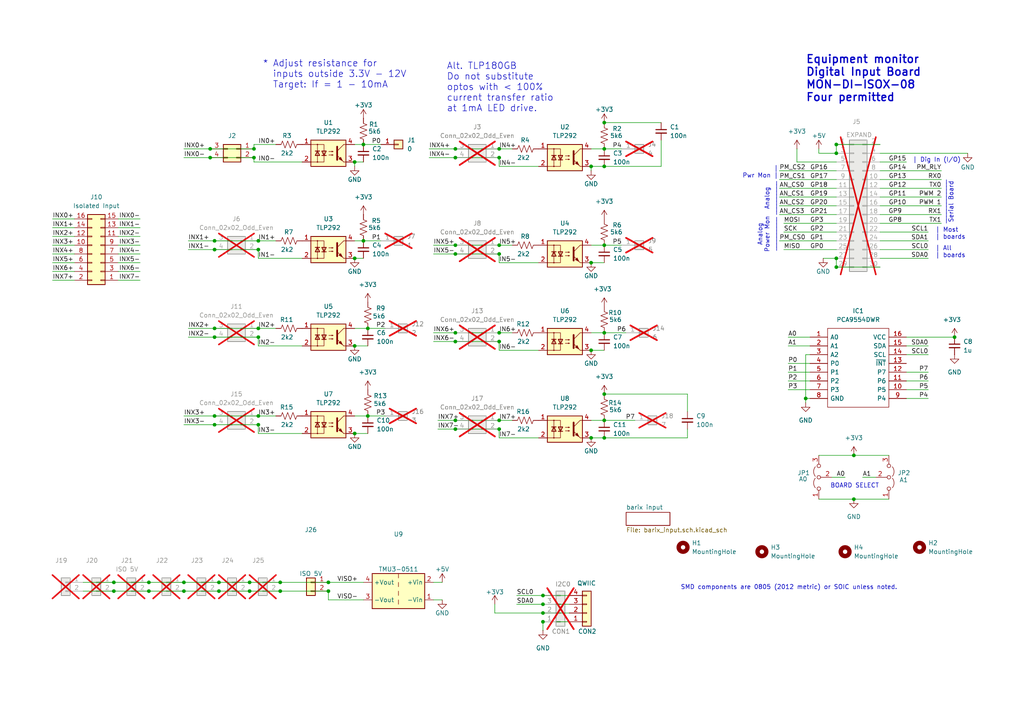
<source format=kicad_sch>
(kicad_sch (version 20250114) (generator "eeschema") (generator_version "9.0")
  (paper "A4")
  (text "    |\nPwr Mon |" (at 225.806 50.038 0) (effects (font (size 1.27 1.27)) (justify right)))
  (text "Analog\n__________" (at 223.52 57.658 90) (effects (font (size 1.27 1.27))))
  (text "BOARD SELECT" (at 247.904 140.97 0) (effects (font (size 1.27 1.27))))
  (text "SMD components are 0805 (2012 metric) or SOIC unless noted." (at 228.854 170.434 0) (effects (font (size 1.27 1.27))))
  (text "| Dig In (I/O)" (at 264.668 46.482 0) (effects (font (size 1.27 1.27)) (justify left)))
  (text "_____________\nSerial Board" (at 274.828 58.674 90) (effects (font (size 1.27 1.27))))
  (text "----------\nSerial Board" (at 446.786 63.754 90) (effects (font (size 1.27 1.27))))
  (text "Equipment monitor\nDigital Input Board \nMON-DI-ISOX-08\nFour permitted" (at 233.68 22.86 0) (effects (font (size 2.286 2.286) (thickness 0.381) (bold yes)) (justify left)))
  (text "Analog\nPower Mon\n__________" (at 222.504 68.072 90) (effects (font (size 1.27 1.27))))
  (text "| All\n| boards" (at 271.272 73.152 0) (effects (font (size 1.27 1.27)) (justify left)))
  (text "* Adjust resistance for \n  inputs outside 3.3V - 12V \n  Target: If = 1 - 10mA" (at 76.2 21.59 0) (effects (font (size 1.905 1.905)) (justify left)))
  (text "| Most\n| boards" (at 271.272 67.818 0) (effects (font (size 1.27 1.27)) (justify left)))
  (text "Alt. TLP180GB\nDo not substitute \noptos with < 100%\ncurrent transfer ratio \nat 1mA LED drive." (at 129.54 25.4 0) (effects (font (size 1.905 1.905)) (justify left)))
  (text "Analog Boards\n-------" (at 387.35 64.008 90) (effects (font (size 1.27 1.27))))
  (junction (at 106.68 95.25))
  (junction (at 247.65 144.78))
  (junction (at 74.93 95.25))
  (junction (at 242.57 74.93))
  (junction (at 175.26 48.26))
  (junction (at 74.93 123.19))
  (junction (at 144.78 124.46))
  (junction (at 62.23 95.25))
  (junction (at 132.08 96.52))
  (junction (at 60.96 43.18))
  (junction (at 62.23 120.65))
  (junction (at 144.78 99.06))
  (junction (at 72.39 171.45))
  (junction (at 74.93 69.85))
  (junction (at 276.86 97.79))
  (junction (at 72.39 168.91))
  (junction (at 102.87 74.93))
  (junction (at 132.08 71.12))
  (junction (at 62.23 69.85))
  (junction (at 74.93 120.65))
  (junction (at 132.08 43.18))
  (junction (at 102.87 125.73))
  (junction (at 33.02 168.91))
  (junction (at 157.48 175.26))
  (junction (at 175.26 71.12))
  (junction (at 63.5 171.45))
  (junction (at 81.28 171.45))
  (junction (at 62.23 97.79))
  (junction (at 95.25 168.91))
  (junction (at 74.93 97.79))
  (junction (at 105.41 41.91))
  (junction (at 171.45 101.6))
  (junction (at 105.41 69.85))
  (junction (at 95.25 171.45))
  (junction (at 144.78 45.72))
  (junction (at 63.5 168.91))
  (junction (at 43.18 168.91))
  (junction (at 144.78 96.52))
  (junction (at 102.87 46.99))
  (junction (at 242.57 41.91))
  (junction (at 132.08 121.92))
  (junction (at 157.48 177.8))
  (junction (at 171.45 127))
  (junction (at 144.78 121.92))
  (junction (at 157.48 180.34))
  (junction (at 132.08 124.46))
  (junction (at 175.26 96.52))
  (junction (at 132.08 73.66))
  (junction (at 81.28 168.91))
  (junction (at 132.08 99.06))
  (junction (at 106.68 120.65))
  (junction (at 33.02 171.45))
  (junction (at 233.68 115.57))
  (junction (at 74.93 72.39))
  (junction (at 60.96 45.72))
  (junction (at 175.26 127))
  (junction (at 53.34 171.45))
  (junction (at 171.45 76.2))
  (junction (at 73.66 45.72))
  (junction (at 144.78 43.18))
  (junction (at 43.18 171.45))
  (junction (at 62.23 123.19))
  (junction (at 175.26 35.56))
  (junction (at 157.48 172.72))
  (junction (at 175.26 43.18))
  (junction (at 175.26 114.3))
  (junction (at 73.66 43.18))
  (junction (at 242.57 77.47))
  (junction (at 171.45 48.26))
  (junction (at 62.23 72.39))
  (junction (at 102.87 100.33))
  (junction (at 247.65 132.08))
  (junction (at 144.78 73.66))
  (junction (at 242.57 44.45))
  (junction (at 53.34 168.91))
  (junction (at 144.78 71.12))
  (junction (at 175.26 121.92))
  (junction (at 132.08 45.72))
  (wire (pts (xy 227.33 72.39) (xy 242.57 72.39)))
  (wire (pts (xy 74.93 120.65) (xy 80.01 120.65)))
  (wire (pts (xy 241.3 138.43) (xy 245.11 138.43)))
  (wire (pts (xy 15.24 78.74) (xy 21.59 78.74)))
  (wire (pts (xy 171.45 121.92) (xy 175.26 121.92)))
  (wire (pts (xy 226.06 59.69) (xy 242.57 59.69)))
  (wire (pts (xy 262.89 107.95) (xy 269.24 107.95)))
  (wire (pts (xy 421.64 78.74) (xy 429.26 78.74)))
  (wire (pts (xy 199.39 114.3) (xy 175.26 114.3)))
  (wire (pts (xy 74.93 72.39) (xy 74.93 74.93)))
  (wire (pts (xy 242.57 77.47) (xy 255.27 77.47)))
  (wire (pts (xy 421.64 81.28) (xy 429.26 81.28)))
  (wire (pts (xy 165.1 180.34) (xy 157.48 180.34)))
  (wire (pts (xy 242.57 41.91) (xy 242.57 44.45)))
  (wire (pts (xy 255.27 44.45) (xy 280.67 44.45)))
  (wire (pts (xy 125.73 96.52) (xy 132.08 96.52)))
  (wire (pts (xy 34.29 63.5) (xy 40.64 63.5)))
  (wire (pts (xy 74.93 125.73) (xy 87.63 125.73)))
  (wire (pts (xy 175.26 96.52) (xy 181.61 96.52)))
  (wire (pts (xy 95.25 168.91) (xy 105.41 168.91)))
  (wire (pts (xy 144.78 96.52) (xy 148.59 96.52)))
  (wire (pts (xy 392.43 78.74) (xy 408.94 78.74)))
  (wire (pts (xy 33.02 171.45) (xy 43.18 171.45)))
  (wire (pts (xy 255.27 52.07) (xy 273.05 52.07)))
  (wire (pts (xy 15.24 81.28) (xy 21.59 81.28)))
  (wire (pts (xy 132.08 71.12) (xy 144.78 71.12)))
  (wire (pts (xy 144.78 43.18) (xy 148.59 43.18)))
  (wire (pts (xy 401.32 76.2) (xy 408.94 76.2)))
  (wire (pts (xy 63.5 168.91) (xy 72.39 168.91)))
  (wire (pts (xy 199.39 127) (xy 175.26 127)))
  (wire (pts (xy 15.24 76.2) (xy 21.59 76.2)))
  (wire (pts (xy 238.76 74.93) (xy 242.57 74.93)))
  (wire (pts (xy 53.34 123.19) (xy 62.23 123.19)))
  (wire (pts (xy 421.64 60.96) (xy 444.5 60.96)))
  (wire (pts (xy 53.34 168.91) (xy 63.5 168.91)))
  (wire (pts (xy 62.23 120.65) (xy 74.93 120.65)))
  (wire (pts (xy 255.27 69.85) (xy 269.24 69.85)))
  (wire (pts (xy 233.68 102.87) (xy 233.68 115.57)))
  (wire (pts (xy 262.89 110.49) (xy 269.24 110.49)))
  (wire (pts (xy 228.6 107.95) (xy 234.95 107.95)))
  (wire (pts (xy 72.39 171.45) (xy 81.28 171.45)))
  (wire (pts (xy 127 124.46) (xy 132.08 124.46)))
  (wire (pts (xy 74.93 100.33) (xy 87.63 100.33)))
  (wire (pts (xy 132.08 73.66) (xy 144.78 73.66)))
  (wire (pts (xy 54.61 72.39) (xy 62.23 72.39)))
  (wire (pts (xy 95.25 171.45) (xy 95.25 173.99)))
  (wire (pts (xy 255.27 64.77) (xy 273.05 64.77)))
  (wire (pts (xy 242.57 74.93) (xy 242.57 77.47)))
  (wire (pts (xy 34.29 76.2) (xy 40.64 76.2)))
  (wire (pts (xy 54.61 97.79) (xy 62.23 97.79)))
  (wire (pts (xy 262.89 115.57) (xy 269.24 115.57)))
  (wire (pts (xy 247.65 132.08) (xy 257.81 132.08)))
  (wire (pts (xy 392.43 73.66) (xy 408.94 73.66)))
  (wire (pts (xy 73.66 46.99) (xy 87.63 46.99)))
  (wire (pts (xy 226.06 54.61) (xy 242.57 54.61)))
  (wire (pts (xy 421.64 66.04) (xy 429.26 66.04)))
  (wire (pts (xy 43.18 168.91) (xy 53.34 168.91)))
  (wire (pts (xy 262.89 97.79) (xy 276.86 97.79)))
  (wire (pts (xy 421.64 55.88) (xy 429.26 55.88)))
  (wire (pts (xy 421.64 58.42) (xy 444.5 58.42)))
  (wire (pts (xy 149.86 172.72) (xy 157.48 172.72)))
  (wire (pts (xy 234.95 102.87) (xy 233.68 102.87)))
  (wire (pts (xy 397.51 49.53) (xy 397.51 53.34)))
  (wire (pts (xy 237.49 144.78) (xy 247.65 144.78)))
  (wire (pts (xy 175.26 127) (xy 171.45 127)))
  (wire (pts (xy 73.66 41.91) (xy 80.01 41.91)))
  (wire (pts (xy 144.78 48.26) (xy 156.21 48.26)))
  (wire (pts (xy 62.23 97.79) (xy 74.93 97.79)))
  (wire (pts (xy 226.06 69.85) (xy 242.57 69.85)))
  (wire (pts (xy 231.14 43.18) (xy 231.14 46.99)))
  (wire (pts (xy 15.24 71.12) (xy 21.59 71.12)))
  (wire (pts (xy 124.46 45.72) (xy 132.08 45.72)))
  (wire (pts (xy 228.6 110.49) (xy 234.95 110.49)))
  (wire (pts (xy 175.26 121.92) (xy 184.15 121.92)))
  (wire (pts (xy 175.26 43.18) (xy 180.34 43.18)))
  (wire (pts (xy 124.46 43.18) (xy 132.08 43.18)))
  (wire (pts (xy 255.27 74.93) (xy 269.24 74.93)))
  (wire (pts (xy 227.33 64.77) (xy 242.57 64.77)))
  (wire (pts (xy 62.23 69.85) (xy 74.93 69.85)))
  (wire (pts (xy 401.32 55.88) (xy 408.94 55.88)))
  (wire (pts (xy 40.64 81.28) (xy 34.29 81.28)))
  (wire (pts (xy 262.89 113.03) (xy 269.24 113.03)))
  (wire (pts (xy 233.68 116.84) (xy 233.68 115.57)))
  (wire (pts (xy 434.34 50.8) (xy 421.64 50.8)))
  (wire (pts (xy 262.89 102.87) (xy 269.24 102.87)))
  (wire (pts (xy 165.1 172.72) (xy 157.48 172.72)))
  (wire (pts (xy 262.89 100.33) (xy 269.24 100.33)))
  (wire (pts (xy 228.6 105.41) (xy 234.95 105.41)))
  (wire (pts (xy 74.93 97.79) (xy 74.93 100.33)))
  (wire (pts (xy 24.13 171.45) (xy 33.02 171.45)))
  (wire (pts (xy 171.45 96.52) (xy 175.26 96.52)))
  (wire (pts (xy 226.06 62.23) (xy 242.57 62.23)))
  (wire (pts (xy 171.45 43.18) (xy 175.26 43.18)))
  (wire (pts (xy 144.78 121.92) (xy 148.59 121.92)))
  (wire (pts (xy 255.27 59.69) (xy 273.05 59.69)))
  (wire (pts (xy 33.02 168.91) (xy 43.18 168.91)))
  (wire (pts (xy 62.23 123.19) (xy 74.93 123.19)))
  (wire (pts (xy 226.06 52.07) (xy 242.57 52.07)))
  (wire (pts (xy 102.87 69.85) (xy 105.41 69.85)))
  (wire (pts (xy 128.27 168.91) (xy 125.73 168.91)))
  (wire (pts (xy 171.45 101.6) (xy 175.26 101.6)))
  (wire (pts (xy 73.66 41.91) (xy 73.66 43.18)))
  (wire (pts (xy 255.27 72.39) (xy 269.24 72.39)))
  (wire (pts (xy 125.73 71.12) (xy 132.08 71.12)))
  (wire (pts (xy 15.24 68.58) (xy 21.59 68.58)))
  (wire (pts (xy 191.77 40.64) (xy 191.77 48.26)))
  (wire (pts (xy 403.86 50.8) (xy 408.94 50.8)))
  (wire (pts (xy 63.5 171.45) (xy 72.39 171.45)))
  (wire (pts (xy 102.87 48.26) (xy 102.87 46.99)))
  (wire (pts (xy 143.51 175.26) (xy 143.51 177.8)))
  (wire (pts (xy 389.89 68.58) (xy 408.94 68.58)))
  (wire (pts (xy 34.29 73.66) (xy 40.64 73.66)))
  (wire (pts (xy 421.64 63.5) (xy 429.26 63.5)))
  (wire (pts (xy 15.24 66.04) (xy 21.59 66.04)))
  (wire (pts (xy 144.78 45.72) (xy 144.78 48.26)))
  (wire (pts (xy 171.45 49.53) (xy 171.45 48.26)))
  (wire (pts (xy 144.78 99.06) (xy 144.78 101.6)))
  (wire (pts (xy 43.18 171.45) (xy 53.34 171.45)))
  (wire (pts (xy 175.26 48.26) (xy 171.45 48.26)))
  (wire (pts (xy 132.08 45.72) (xy 144.78 45.72)))
  (wire (pts (xy 106.68 120.65) (xy 111.76 120.65)))
  (wire (pts (xy 105.41 41.91) (xy 110.49 41.91)))
  (wire (pts (xy 53.34 120.65) (xy 62.23 120.65)))
  (wire (pts (xy 34.29 68.58) (xy 40.64 68.58)))
  (wire (pts (xy 255.27 54.61) (xy 273.05 54.61)))
  (wire (pts (xy 157.48 175.26) (xy 165.1 175.26)))
  (wire (pts (xy 95.25 173.99) (xy 105.41 173.99)))
  (wire (pts (xy 62.23 72.39) (xy 74.93 72.39)))
  (wire (pts (xy 199.39 124.46) (xy 199.39 127)))
  (wire (pts (xy 105.41 69.85) (xy 110.49 69.85)))
  (wire (pts (xy 255.27 57.15) (xy 273.05 57.15)))
  (wire (pts (xy 132.08 124.46) (xy 144.78 124.46)))
  (wire (pts (xy 62.23 95.25) (xy 74.93 95.25)))
  (wire (pts (xy 144.78 127) (xy 156.21 127)))
  (wire (pts (xy 242.57 41.91) (xy 255.27 41.91)))
  (wire (pts (xy 392.43 71.12) (xy 408.94 71.12)))
  (wire (pts (xy 227.33 67.31) (xy 242.57 67.31)))
  (wire (pts (xy 34.29 78.74) (xy 40.64 78.74)))
  (wire (pts (xy 53.34 171.45) (xy 63.5 171.45)))
  (wire (pts (xy 255.27 67.31) (xy 269.24 67.31)))
  (wire (pts (xy 144.78 101.6) (xy 156.21 101.6)))
  (wire (pts (xy 237.49 132.08) (xy 247.65 132.08)))
  (wire (pts (xy 34.29 71.12) (xy 40.64 71.12)))
  (wire (pts (xy 54.61 69.85) (xy 62.23 69.85)))
  (wire (pts (xy 171.45 76.2) (xy 175.26 76.2)))
  (wire (pts (xy 128.27 173.99) (xy 125.73 173.99)))
  (wire (pts (xy 106.68 95.25) (xy 111.76 95.25)))
  (wire (pts (xy 255.27 46.99) (xy 262.89 46.99)))
  (wire (pts (xy 102.87 120.65) (xy 106.68 120.65)))
  (wire (pts (xy 228.6 100.33) (xy 234.95 100.33)))
  (wire (pts (xy 102.87 46.99) (xy 105.41 46.99)))
  (wire (pts (xy 132.08 43.18) (xy 144.78 43.18)))
  (wire (pts (xy 24.13 168.91) (xy 33.02 168.91)))
  (wire (pts (xy 421.64 73.66) (xy 433.07 73.66)))
  (wire (pts (xy 403.86 49.53) (xy 403.86 50.8)))
  (wire (pts (xy 15.24 73.66) (xy 21.59 73.66)))
  (wire (pts (xy 389.89 66.04) (xy 408.94 66.04)))
  (wire (pts (xy 144.78 124.46) (xy 144.78 127)))
  (wire (pts (xy 73.66 45.72) (xy 73.66 46.99)))
  (wire (pts (xy 102.87 95.25) (xy 106.68 95.25)))
  (wire (pts (xy 247.65 144.78) (xy 257.81 144.78)))
  (wire (pts (xy 40.64 66.04) (xy 34.29 66.04)))
  (wire (pts (xy 132.08 99.06) (xy 144.78 99.06)))
  (wire (pts (xy 102.87 125.73) (xy 106.68 125.73)))
  (wire (pts (xy 144.78 76.2) (xy 156.21 76.2)))
  (wire (pts (xy 231.14 46.99) (xy 242.57 46.99)))
  (wire (pts (xy 132.08 121.92) (xy 144.78 121.92)))
  (wire (pts (xy 74.93 74.93) (xy 87.63 74.93)))
  (wire (pts (xy 237.49 43.18) (xy 237.49 44.45)))
  (wire (pts (xy 255.27 62.23) (xy 273.05 62.23)))
  (wire (pts (xy 255.27 49.53) (xy 273.05 49.53)))
  (wire (pts (xy 157.48 180.34) (xy 157.48 182.88)))
  (wire (pts (xy 149.86 175.26) (xy 157.48 175.26)))
  (wire (pts (xy 73.66 43.18) (xy 60.96 43.18)))
  (wire (pts (xy 237.49 44.45) (xy 242.57 44.45)))
  (wire (pts (xy 125.73 73.66) (xy 132.08 73.66)))
  (wire (pts (xy 421.64 71.12) (xy 444.5 71.12)))
  (wire (pts (xy 397.51 53.34) (xy 408.94 53.34)))
  (wire (pts (xy 144.78 73.66) (xy 144.78 76.2)))
  (wire (pts (xy 74.93 123.19) (xy 74.93 125.73)))
  (wire (pts (xy 434.34 50.8) (xy 434.34 83.82)))
  (wire (pts (xy 102.87 100.33) (xy 106.68 100.33)))
  (wire (pts (xy 132.08 96.52) (xy 144.78 96.52)))
  (wire (pts (xy 389.89 63.5) (xy 408.94 63.5)))
  (wire (pts (xy 233.68 115.57) (xy 234.95 115.57)))
  (wire (pts (xy 403.86 81.28) (xy 408.94 81.28)))
  (wire (pts (xy 228.6 113.03) (xy 234.95 113.03)))
  (wire (pts (xy 143.51 177.8) (xy 157.48 177.8)))
  (wire (pts (xy 60.96 45.72) (xy 73.66 45.72)))
  (wire (pts (xy 199.39 119.38) (xy 199.39 114.3)))
  (wire (pts (xy 228.6 97.79) (xy 234.95 97.79)))
  (wire (pts (xy 389.89 60.96) (xy 408.94 60.96)))
  (wire (pts (xy 401.32 58.42) (xy 408.94 58.42)))
  (wire (pts (xy 15.24 63.5) (xy 21.59 63.5)))
  (wire (pts (xy 74.93 95.25) (xy 80.01 95.25)))
  (wire (pts (xy 421.64 53.34) (xy 429.26 53.34)))
  (wire (pts (xy 175.26 48.26) (xy 191.77 48.26)))
  (wire (pts (xy 250.19 138.43) (xy 254 138.43)))
  (wire (pts (xy 144.78 71.12) (xy 148.59 71.12)))
  (wire (pts (xy 226.06 49.53) (xy 242.57 49.53)))
  (wire (pts (xy 81.28 168.91) (xy 95.25 168.91)))
  (wire (pts (xy 165.1 177.8) (xy 157.48 177.8)))
  (wire (pts (xy 74.93 69.85) (xy 80.01 69.85)))
  (wire (pts (xy 127 121.92) (xy 132.08 121.92)))
  (wire (pts (xy 53.34 45.72) (xy 60.96 45.72)))
  (wire (pts (xy 125.73 99.06) (xy 132.08 99.06)))
  (wire (pts (xy 102.87 41.91) (xy 105.41 41.91)))
  (wire (pts (xy 175.26 35.56) (xy 191.77 35.56)))
  (wire (pts (xy 421.64 76.2) (xy 433.07 76.2)))
  (wire (pts (xy 102.87 74.93) (xy 105.41 74.93)))
  (wire (pts (xy 421.64 68.58) (xy 444.5 68.58)))
  (wire (pts (xy 53.34 43.18) (xy 60.96 43.18)))
  (wire (pts (xy 81.28 171.45) (xy 95.25 171.45)))
  (wire (pts (xy 226.06 57.15) (xy 242.57 57.15)))
  (wire (pts (xy 175.26 71.12) (xy 180.34 71.12)))
  (wire (pts (xy 72.39 168.91) (xy 81.28 168.91)))
  (wire (pts (xy 171.45 71.12) (xy 175.26 71.12)))
  (wire (pts (xy 54.61 95.25) (xy 62.23 95.25)))
  (label "INX3-" (at 53.34 123.19 0))
  (label "INX1-" (at 40.64 66.04 180))
  (label "INX7-" (at 40.64 81.28 180))
  (label "INX0-" (at 40.64 63.5 180))
  (label "GP8" (at 429.26 71.12 180))
  (label "TX0" (at 273.05 54.61 180))
  (label "P3" (at 228.6 113.03 0))
  (label "GP20" (at 234.95 59.69 0))
  (label "GP17" (at 234.95 52.07 0))
  (label "INX3+" (at 53.34 120.65 0))
  (label "GP18" (at 234.95 54.61 0))
  (label "PM_CS2" (at 226.06 49.53 0))
  (label "GP17" (at 401.32 58.42 0))
  (label "RX0" (at 273.05 52.07 180))
  (label "GP2" (at 234.95 67.31 0))
  (label "GP9" (at 261.62 62.23 180))
  (label "INX1+" (at 54.61 69.85 0))
  (label "INX0-" (at 53.34 45.72 0))
  (label "INX7+" (at 127 121.92 0))
  (label "INX2+" (at 15.24 68.58 0))
  (label "VISO-" (at 97.79 173.99 0))
  (label "IN1-" (at 74.93 74.93 0))
  (label "TX1" (at 273.05 64.77 180))
  (label "P1" (at 110.49 69.85 180))
  (label "PM_RLY" (at 273.05 49.53 180))
  (label "INX0+" (at 15.24 63.5 0))
  (label "GP12" (at 262.89 54.61 180))
  (label "GP10" (at 262.89 59.69 180))
  (label "GP19" (at 401.32 63.5 0))
  (label "INX7-" (at 127 124.46 0))
  (label "GP14" (at 429.26 55.88 180))
  (label "INX5-" (at 40.64 76.2 180))
  (label "INX3-" (at 40.64 71.12 180))
  (label "SCL1" (at 269.24 67.31 180))
  (label "IN2+" (at 74.93 95.25 0))
  (label "SDA" (at 429.26 81.28 180))
  (label "SCL1" (at 433.07 73.66 180))
  (label "MOSI" (at 392.43 71.12 0))
  (label "TX1" (at 444.5 71.12 180))
  (label "IN5-" (at 144.78 76.2 0))
  (label "IN7+" (at 144.78 121.92 0))
  (label "P0" (at 228.6 105.41 0))
  (label "INX2-" (at 54.61 97.79 0))
  (label "IN7-" (at 144.78 127 0))
  (label "IN4-" (at 144.78 48.26 0))
  (label "SCL0" (at 269.24 72.39 180))
  (label "INX2-" (at 40.64 68.58 180))
  (label "SCL0" (at 269.24 102.87 180))
  (label "INX4+" (at 124.46 43.18 0))
  (label "P6" (at 181.61 96.52 180))
  (label "IN6-" (at 144.78 101.6 0))
  (label "P4" (at 180.34 43.18 180))
  (label "PM_CS0" (at 226.06 69.85 0))
  (label "GP13" (at 429.26 58.42 180))
  (label "INX4-" (at 124.46 45.72 0))
  (label "GP0" (at 234.95 72.39 0))
  (label "INX1+" (at 15.24 66.04 0))
  (label "IN2-" (at 74.93 100.33 0))
  (label "P1" (at 228.6 107.95 0))
  (label "GP19" (at 234.95 57.15 0))
  (label "P5" (at 269.24 113.03 180))
  (label "SEL3" (at 389.89 68.58 0))
  (label "GP8" (at 261.62 64.77 180))
  (label "SCL" (at 429.26 78.74 180))
  (label "INX6-" (at 125.73 99.06 0))
  (label "GP9" (at 429.26 68.58 180))
  (label "GP20" (at 401.32 66.04 0))
  (label "GP15" (at 429.26 53.34 180))
  (label "PWM 2" (at 273.05 57.15 180))
  (label "GP7" (at 426.72 73.66 180))
  (label "INX4-" (at 40.64 73.66 180))
  (label "SEL2" (at 389.89 66.04 0))
  (label "SCK" (at 227.33 67.31 0))
  (label "IN3+" (at 74.93 120.65 0))
  (label "INX5+" (at 15.24 76.2 0))
  (label "GP16" (at 401.32 55.88 0))
  (label "GP3" (at 401.32 71.12 0))
  (label "INX2+" (at 54.61 95.25 0))
  (label "PWM 1" (at 273.05 59.69 180))
  (label "A1" (at 228.6 100.33 0))
  (label "AN_CS0" (at 226.06 54.61 0))
  (label "VISO+" (at 97.79 168.91 0))
  (label "P3" (at 111.76 120.65 180))
  (label "GP16" (at 234.95 49.53 0))
  (label "SCK" (at 392.43 73.66 0))
  (label "INX3+" (at 15.24 71.12 0))
  (label "GP21" (at 234.95 62.23 0))
  (label "IN4+" (at 144.78 43.18 0))
  (label "P5" (at 180.34 71.12 180))
  (label "INX1-" (at 54.61 72.39 0))
  (label "GP1" (at 401.32 76.2 0))
  (label "GP15" (at 262.89 46.99 180))
  (label "GP21" (at 401.32 68.58 0))
  (label "IN1+" (at 74.93 69.85 0))
  (label "SEL0" (at 389.89 60.96 0))
  (label "SCL0" (at 149.86 172.72 0))
  (label "GP11" (at 262.89 57.15 180))
  (label "AN_CS1" (at 226.06 57.15 0))
  (label "IN3-" (at 74.93 125.73 0))
  (label "GP18" (at 401.32 60.96 0))
  (label "RX0" (at 444.5 58.42 180))
  (label "PM_CS1" (at 226.06 52.07 0))
  (label "P4" (at 269.24 115.57 180))
  (label "AN_CS2" (at 226.06 59.69 0))
  (label "MISO" (at 392.43 78.74 0))
  (label "RX1" (at 444.5 68.58 180))
  (label "IN0-" (at 74.93 46.99 0))
  (label "INX4+" (at 15.24 73.66 0))
  (label "A0" (at 245.11 138.43 180))
  (label "INX6+" (at 125.73 96.52 0))
  (label "INX5+" (at 125.73 71.12 0))
  (label "P7" (at 269.24 107.95 180))
  (label "P0" (at 110.49 41.91 180))
  (label "GP0" (at 401.32 78.74 0))
  (label "SDA1" (at 269.24 69.85 180))
  (label "INX7+" (at 15.24 81.28 0))
  (label "P2" (at 228.6 110.49 0))
  (label "SEL1" (at 389.89 63.5 0))
  (label "GP13" (at 262.89 52.07 180))
  (label "GP2" (at 401.32 73.66 0))
  (label "GP6" (at 426.72 76.2 180))
  (label "IN6+" (at 144.78 96.52 0))
  (label "SDA0" (at 269.24 100.33 180))
  (label "IN5+" (at 144.78 71.12 0))
  (label "IN0+" (at 74.93 41.91 0))
  (label "P7" (at 184.15 121.92 180))
  (label "INX5-" (at 125.73 73.66 0))
  (label "P2" (at 111.76 95.25 180))
  (label "MOSI" (at 227.33 64.77 0))
  (label "TX0" (at 444.5 60.96 180))
  (label "INX0+" (at 53.34 43.18 0))
  (label "P6" (at 269.24 110.49 180))
  (label "A1" (at 250.19 138.43 0))
  (label "GP3" (at 234.95 64.77 0))
  (label "AN_CS3" (at 226.06 62.23 0))
  (label "INX6+" (at 15.24 78.74 0))
  (label "GP10" (at 429.26 66.04 180))
  (label "RX1" (at 273.05 62.23 180))
  (label "GP14" (at 262.89 49.53 180))
  (label "MISO" (at 227.33 72.39 0))
  (label "GP1" (at 234.95 69.85 0))
  (label "GP12" (at 429.26 60.96 180))
  (label "INX6-" (at 40.64 78.74 180))
  (label "SDA0" (at 269.24 74.93 180))
  (label "SDA0" (at 149.86 175.26 0))
  (label "SDA1" (at 433.07 76.2 180))
  (label "GP11" (at 429.26 63.5 180))
  (label "A0" (at 228.6 97.79 0))
  (symbol (lib_id "Device:C_Small") (at 106.68 123.19 0) (unit 1)
    (property "Reference" "C10" (at 109.22 121.9262 0) (effects (justify left)))
    (property "Value" "100n" (at 109.22 124.4662 0) (effects (justify left)))
    (property "Footprint" "Capacitor_SMD:C_0805_2012Metric_Pad1.18x1.45mm_HandSolder" (effects (hide yes)))
    (property "Description" "Unpolarized capacitor, small symbol" (effects (hide yes)))
  )
  (symbol (lib_id "Mechanical:MountingHole") (at 220.98 160.02 0) (unit 1) (exclude_from_sim yes)
    (property "Reference" "H3" (at 223.52 158.7499 0) (effects (justify left)))
    (property "Value" "MountingHole" (at 223.52 161.2899 0) (effects (justify left)))
    (property "Footprint" "RP:MountingHole_3.5mm_no_fill" (effects (hide yes)))
    (property "Description" "Mounting Hole without connection" (effects (hide yes)))
  )
  (symbol (lib_id "power:GND") (at 102.87 74.93 0) (unit 1)
    (property "Reference" "#PWR012" (effects (hide yes)))
    (property "Value" "GND" (at 102.87 78.74 0))
  )
  (symbol (lib_id "power:+3V3") (at 247.65 132.08 0) (unit 1)
    (property "Reference" "#PWR028" (effects (hide yes)))
    (property "Value" "+3V3" (at 247.65 127 0))
    (property "Description" "Power symbol creates a global label with name \"+3V3\"" (effects (hide yes)))
  )
  (symbol (lib_id "Device:R_US") (at 175.26 67.31 0) (unit 1)
    (property "Reference" "R6" (at 180.34 65.278 0) (effects (justify right)))
    (property "Value" "5k6" (at 180.594 67.31 0) (effects (justify right)))
    (property "Footprint" "Resistor_SMD:R_0805_2012Metric_Pad1.20x1.40mm_HandSolder" (effects (hide yes)))
  )
  (symbol (lib_id "Device:C_Small") (at 175.26 73.66 0) (unit 1)
    (property "Reference" "C5" (at 177.8 72.3962 0) (effects (justify left)))
    (property "Value" "100n" (at 177.8 74.9362 0) (effects (justify left)))
    (property "Footprint" "Capacitor_SMD:C_0805_2012Metric_Pad1.18x1.45mm_HandSolder" (effects (hide yes)))
    (property "Description" "Unpolarized capacitor, small symbol" (effects (hide yes)))
  )
  (symbol (lib_id "Device:C_Small") (at 276.86 100.33 0) (unit 1)
    (property "Reference" "C8" (at 279.4 99.0662 0) (effects (justify left)))
    (property "Value" "1u" (at 279.4 101.6062 0) (effects (justify left)))
    (property "Footprint" "Capacitor_SMD:C_0805_2012Metric_Pad1.18x1.45mm_HandSolder" (effects (hide yes)))
    (property "Description" "Unpolarized capacitor, small symbol" (effects (hide yes)))
  )
  (symbol (lib_id "power:GND") (at 247.65 144.78 0) (unit 1)
    (property "Reference" "#PWR029" (effects (hide yes)))
    (property "Value" "GND" (at 247.65 149.86 0))
    (property "Description" "Power symbol creates a global label with name \"GND\" , ground" (effects (hide yes)))
  )
  (symbol (lib_id "Device:R_US") (at 106.68 91.44 0) (unit 1)
    (property "Reference" "R9" (at 111.76 89.408 0) (effects (justify right)))
    (property "Value" "5k6" (at 111.76 91.694 0) (effects (justify right)))
    (property "Footprint" "Resistor_SMD:R_0805_2012Metric_Pad1.20x1.40mm_HandSolder" (effects (hide yes)))
  )
  (symbol (lib_id "Device:C_Small") (at 175.26 45.72 0) (unit 1)
    (property "Reference" "C3" (at 177.8 44.4562 0) (effects (justify left)))
    (property "Value" "100n" (at 177.8 46.9962 0) (effects (justify left)))
    (property "Footprint" "Capacitor_SMD:C_0805_2012Metric_Pad1.18x1.45mm_HandSolder" (effects (hide yes)))
    (property "Description" "Unpolarized capacitor, small symbol" (effects (hide yes)))
  )
  (symbol (lib_id "Connector_Generic:Conn_01x01") (at 189.23 121.92 0) (unit 1) (dnp yes)
    (property "Reference" "J18" (at 191.77 120.6499 0) (effects (justify left)))
    (property "Value" "7" (at 191.77 123.1899 0) (effects (justify left)))
    (property "Footprint" "Connector_PinHeader_2.54mm:PinHeader_1x01_P2.54mm_Vertical" (effects (hide yes)))
    (property "Description" "Generic connector, single row, 01x01, script generated (kicad-library-utils/schlib/autogen/connector/)" (effects (hide yes)))
  )
  (symbol (lib_id "Device:R_US") (at 83.82 120.65 270) (unit 1)
    (property "Reference" "R15" (at 85.09 118.11 90) (effects (justify right)))
    (property "Value" "2k2" (at 85.09 123.19 90) (effects (justify right)))
    (property "Footprint" "Resistor_SMD:R_0805_2012Metric_Pad1.20x1.40mm_HandSolder" (effects (hide yes)))
  )
  (symbol (lib_id "power:GND") (at 157.48 182.88 0) (unit 1)
    (property "Reference" "#PWR033" (effects (hide yes)))
    (property "Value" "GND" (at 157.48 187.96 0))
    (property "Description" "Power symbol creates a global label with name \"GND\" , ground" (effects (hide yes)))
  )
  (symbol (lib_id "power:GND") (at 434.34 83.82 0) (unit 1)
    (property "Reference" "#PWR016" (effects (hide yes)))
    (property "Value" "GND" (at 434.34 88.9 0))
    (property "Description" "Power symbol creates a global label with name \"GND\" , ground" (effects (hide yes)))
  )
  (symbol (lib_id "Connector_Generic:Conn_01x02") (at 48.26 168.91 0) (mirror y) (unit 1) (dnp yes)
    (property "Reference" "J22" (at 46.99 162.56 0))
    (property "Value" "Conn_02x02_Odd_Even" (effects (hide yes)))
    (property "Footprint" "Connector_PinHeader_1.27mm:PinHeader_1x02_P1.27mm_Vertical" (effects (hide yes)))
    (property "Description" "Generic connector, single row, 01x02, script generated (kicad-library-utils/schlib/autogen/connector/)" (effects (hide yes)))
  )
  (symbol (lib_id "Connector_Generic:Conn_02x08_Odd_Even") (at 29.21 73.66 180) (unit 1)
    (property "Reference" "J10" (at 27.94 57.15 0))
    (property "Value" "Isolated Input" (at 27.94 59.69 0))
    (property "Footprint" "SamacSys_Parts:SHDRRA16W63P254_2X8_2290X1740X700P" (effects (hide yes)))
    (property "Description" "Generic connector, double row, 02x08, odd/even pin numbering scheme (row 1 odd numbers, row 2 even numbers), script generated (kicad-library-utils/schlib/autogen/connector/)" (effects (hide yes)))
    (property "Height" "10.05" (effects (hide yes)))
    (property "Mouser Part Number" "538-90130-3112" (effects (hide yes)))
    (property "Mouser Price/Stock" "https://www.mouser.co.uk/ProductDetail/Molex/90130-3112?qs=kEwmkoUtv7TqQ0WbVYuwuQ%3D%3D" (effects (hide yes)))
    (property "Manufacturer_Name" "Molex" (effects (hide yes)))
    (property "Manufacturer_Part_Number" "90130-3112" (effects (hide yes)))
  )
  (symbol (lib_id "power:+3V3") (at 106.68 87.63 0) (unit 1)
    (property "Reference" "#PWR017" (effects (hide yes)))
    (property "Value" "+3V3" (at 106.68 82.55 0))
    (property "Description" "Power symbol creates a global label with name \"+3V3\"" (effects (hide yes)))
  )
  (symbol (lib_id "power:+3V3") (at 143.51 175.26 0) (unit 1)
    (property "Reference" "#PWR032" (effects (hide yes)))
    (property "Value" "+3V3" (at 143.51 171.704 0))
    (property "Description" "Power symbol creates a global label with name \"+3V3\"" (effects (hide yes)))
  )
  (symbol (lib_id "power:+3V3") (at 105.41 34.29 0) (unit 1)
    (property "Reference" "#PWR01" (effects (hide yes)))
    (property "Value" "+3V3" (at 105.41 30.48 0))
    (property "Description" "Power symbol creates a global label with name \"+3V3\"" (effects (hide yes)))
  )
  (symbol (lib_id "Connector_Generic:Conn_02x02_Top_Bottom") (at 68.58 43.18 0) (mirror y) (unit 1)
    (property "Reference" "J2" (at 67.31 39.37 0))
    (property "Value" "Conn_02x02_Odd_Even" (effects (hide yes)))
    (property "Footprint" "Connector_PinHeader_1.27mm:PinHeader_2x02_P1.27mm_Vertical" (effects (hide yes)))
  )
  (symbol (lib_id "power:GND") (at 238.76 74.93 0) (unit 1)
    (property "Reference" "#PWR013" (effects (hide yes)))
    (property "Value" "GND" (at 238.76 78.74 0))
    (property "Description" "Power symbol creates a global label with name \"GND\" , ground" (effects (hide yes)))
  )
  (symbol (lib_id "power:GND") (at 171.45 127 0) (unit 1)
    (property "Reference" "#PWR027" (effects (hide yes)))
    (property "Value" "GND" (at 171.45 130.81 0))
  )
  (symbol (lib_id "Connector_Generic:Conn_02x02_Top_Bottom") (at 139.7 121.92 0) (mirror y) (unit 1) (dnp yes)
    (property "Reference" "J17" (at 138.43 115.57 0))
    (property "Value" "Conn_02x02_Odd_Even" (at 138.43 118.11 0))
    (property "Footprint" "Connector_PinHeader_1.27mm:PinHeader_2x02_P1.27mm_Vertical" (effects (hide yes)))
  )
  (symbol (lib_id "power:+5V") (at 403.86 49.53 0) (unit 1)
    (property "Reference" "#PWR09" (effects (hide yes)))
    (property "Value" "+5V" (at 403.86 44.45 0))
    (property "Description" "Power symbol creates a global label with name \"+5V\"" (effects (hide yes)))
  )
  (symbol (lib_id "Connector_Generic:Conn_01x04") (at 170.18 177.8 0) (mirror x) (unit 1)
    (property "Reference" "CON2" (at 167.64 183.134 0) (effects (justify left)))
    (property "Value" "QWIIC" (at 167.386 169.164 0) (effects (justify left)))
    (property "Footprint" "RP:JST_SH_SM04B-SRSS-TB_1x04-1MP_P1.00mm_Horizontal_wide_MP" (effects (hide yes)))
    (property "Description" "Generic connector, single row, 01x04, script generated (kicad-library-utils/schlib/autogen/connector/)" (effects (hide yes)))
  )
  (symbol (lib_id "Connector_Generic:Conn_01x01") (at 116.84 95.25 0) (unit 1) (dnp yes)
    (property "Reference" "J12" (at 119.38 93.9799 0) (effects (justify left)))
    (property "Value" "2" (at 119.38 96.5199 0) (effects (justify left)))
    (property "Footprint" "Connector_PinHeader_2.54mm:PinHeader_1x01_P2.54mm_Vertical" (effects (hide yes)))
    (property "Description" "Generic connector, single row, 01x01, script generated (kicad-library-utils/schlib/autogen/connector/)" (effects (hide yes)))
  )
  (symbol (lib_id "Device:R_US") (at 106.68 116.84 0) (unit 1)
    (property "Reference" "R13" (at 112.268 114.808 0) (effects (justify right)))
    (property "Value" "5k6" (at 112.014 117.094 0) (effects (justify right)))
    (property "Footprint" "Resistor_SMD:R_0805_2012Metric_Pad1.20x1.40mm_HandSolder" (effects (hide yes)))
  )
  (symbol (lib_id "Device:C_Small") (at 105.41 44.45 0) (unit 1)
    (property "Reference" "C2" (at 107.95 43.1862 0) (effects (justify left)))
    (property "Value" "100n" (at 107.95 45.7262 0) (effects (justify left)))
    (property "Footprint" "Capacitor_SMD:C_0805_2012Metric_Pad1.18x1.45mm_HandSolder" (effects (hide yes)))
    (property "Description" "Unpolarized capacitor, small symbol" (effects (hide yes)))
  )
  (symbol (lib_id "Device:R_US") (at 152.4 71.12 270) (unit 1)
    (property "Reference" "R8" (at 153.67 68.58 90) (effects (justify right)))
    (property "Value" "2k2" (at 153.67 73.66 90) (effects (justify right)))
    (property "Footprint" "Resistor_SMD:R_0805_2012Metric_Pad1.20x1.40mm_HandSolder" (effects (hide yes)))
  )
  (symbol (lib_id "power:GND") (at 171.45 49.53 0) (unit 1)
    (property "Reference" "#PWR07" (effects (hide yes)))
    (property "Value" "GND" (at 171.45 53.34 0))
  )
  (symbol (lib_id "power:GND") (at 171.45 101.6 0) (unit 1)
    (property "Reference" "#PWR021" (effects (hide yes)))
    (property "Value" "GND" (at 171.45 105.41 0))
  )
  (symbol (lib_id "Device:R_US") (at 83.82 41.91 270) (unit 1)
    (property "Reference" "R3" (at 84.582 39.37 90) (effects (justify right)))
    (property "Value" "2k2" (at 85.09 44.45 90) (effects (justify right)))
    (property "Footprint" "Resistor_SMD:R_0805_2012Metric_Pad1.20x1.40mm_HandSolder" (effects (hide yes)))
  )
  (symbol (lib_id "Isolator:TLP292") (at 163.83 124.46 0) (unit 1)
    (property "Reference" "U8" (at 163.83 115.57 0))
    (property "Value" "TLP292" (at 163.83 118.11 0))
    (property "Footprint" "RP:TLP_OPTO_WIDE_PINS" (effects (hide yes)))
    (property "Datasheet" "https://toshiba.semicon-storage.com/info/TLP292_datasheet_en_20191129.pdf?did=14425&prodName=TLP292" (effects (hide yes)))
    (property "Description" "AC/DC Phototransistor Optocoupler, Vce 80V, CTR 50-200%, SOP4" (effects (hide yes)))
  )
  (symbol (lib_id "Connector_Generic:Conn_01x02") (at 58.42 168.91 0) (mirror y) (unit 1) (dnp yes)
    (property "Reference" "J23" (at 57.15 162.56 0))
    (property "Value" "Conn_02x02_Odd_Even" (effects (hide yes)))
    (property "Footprint" "Connector_PinHeader_1.27mm:PinHeader_1x02_P1.27mm_Vertical" (effects (hide yes)))
    (property "Description" "Generic connector, single row, 01x02, script generated (kicad-library-utils/schlib/autogen/connector/)" (effects (hide yes)))
  )
  (symbol (lib_id "Connector_Generic:Conn_01x02") (at 38.1 168.91 0) (mirror y) (unit 1) (dnp yes)
    (property "Reference" "J21" (at 36.83 162.56 0))
    (property "Value" "ISO 5V" (at 36.83 165.1 0))
    (property "Footprint" "Connector_PinHeader_1.27mm:PinHeader_1x02_P1.27mm_Vertical" (effects (hide yes)))
    (property "Description" "Generic connector, single row, 01x02, script generated (kicad-library-utils/schlib/autogen/connector/)" (effects (hide yes)))
  )
  (symbol (lib_id "Isolator:TLP292") (at 163.83 99.06 0) (unit 1)
    (property "Reference" "U6" (at 163.83 90.17 0))
    (property "Value" "TLP292" (at 163.83 92.71 0))
    (property "Footprint" "RP:TLP_OPTO_WIDE_PINS" (effects (hide yes)))
    (property "Datasheet" "https://toshiba.semicon-storage.com/info/TLP292_datasheet_en_20191129.pdf?did=14425&prodName=TLP292" (effects (hide yes)))
    (property "Description" "AC/DC Phototransistor Optocoupler, Vce 80V, CTR 50-200%, SOP4" (effects (hide yes)))
  )
  (symbol (lib_id "power:+3V3") (at 105.41 62.23 0) (unit 1)
    (property "Reference" "#PWR010" (effects (hide yes)))
    (property "Value" "+3V3" (at 105.41 57.15 0))
    (property "Description" "Power symbol creates a global label with name \"+3V3\"" (effects (hide yes)))
  )
  (symbol (lib_id "Mechanical:MountingHole") (at 198.12 158.75 0) (unit 1) (exclude_from_sim yes)
    (property "Reference" "H1" (at 200.66 157.4799 0) (effects (justify left)))
    (property "Value" "MountingHole" (at 200.66 160.0199 0) (effects (justify left)))
    (property "Footprint" "RP:MountingHole_3.5mm_no_fill" (effects (hide yes)))
    (property "Description" "Mounting Hole without connection" (effects (hide yes)))
  )
  (symbol (lib_id "power:GND") (at 102.87 100.33 0) (unit 1)
    (property "Reference" "#PWR020" (effects (hide yes)))
    (property "Value" "GND" (at 102.87 104.14 0))
  )
  (symbol (lib_id "Connector_Generic:Conn_01x01") (at 185.42 43.18 0) (unit 1) (dnp yes)
    (property "Reference" "J4" (at 187.96 41.9099 0) (effects (justify left)))
    (property "Value" "4" (at 187.96 44.4499 0) (effects (justify left)))
    (property "Footprint" "Connector_PinHeader_2.54mm:PinHeader_1x01_P2.54mm_Vertical" (effects (hide yes)))
    (property "Description" "Generic connector, single row, 01x01, script generated (kicad-library-utils/schlib/autogen/connector/)" (effects (hide yes)))
  )
  (symbol (lib_id "Connector_Generic:Conn_01x01") (at 185.42 71.12 0) (unit 1) (dnp yes)
    (property "Reference" "J9" (at 187.96 69.8499 0) (effects (justify left)))
    (property "Value" "5" (at 187.96 72.3899 0) (effects (justify left)))
    (property "Footprint" "Connector_PinHeader_2.54mm:PinHeader_1x01_P2.54mm_Vertical" (effects (hide yes)))
    (property "Description" "Generic connector, single row, 01x01, script generated (kicad-library-utils/schlib/autogen/connector/)" (effects (hide yes)))
  )
  (symbol (lib_id "Device:C_Small") (at 105.41 72.39 0) (unit 1)
    (property "Reference" "C4" (at 107.95 71.1262 0) (effects (justify left)))
    (property "Value" "100n" (at 107.95 73.6662 0) (effects (justify left)))
    (property "Footprint" "Capacitor_SMD:C_0805_2012Metric_Pad1.18x1.45mm_HandSolder" (effects (hide yes)))
    (property "Description" "Unpolarized capacitor, small symbol" (effects (hide yes)))
  )
  (symbol (lib_id "Connector_Generic:Conn_01x01") (at 115.57 41.91 0) (unit 1)
    (property "Reference" "J1" (at 118.11 40.6399 0) (effects (justify left)))
    (property "Value" "0" (at 118.11 43.1799 0) (effects (justify left)))
    (property "Footprint" "Connector_PinHeader_2.54mm:PinHeader_1x01_P2.54mm_Vertical" (effects (hide yes)))
    (property "Description" "Generic connector, single row, 01x01, script generated (kicad-library-utils/schlib/autogen/connector/)" (effects (hide yes)))
  )
  (symbol (lib_id "Device:R_US") (at 152.4 96.52 270) (unit 1)
    (property "Reference" "R12" (at 153.67 93.98 90) (effects (justify right)))
    (property "Value" "2k2" (at 153.67 99.06 90) (effects (justify right)))
    (property "Footprint" "Resistor_SMD:R_0805_2012Metric_Pad1.20x1.40mm_HandSolder" (effects (hide yes)))
  )
  (symbol (lib_id "Connector_Generic:Conn_01x01") (at 115.57 69.85 0) (unit 1) (dnp yes)
    (property "Reference" "J7" (at 118.11 68.5799 0) (effects (justify left)))
    (property "Value" "1" (at 118.11 71.1199 0) (effects (justify left)))
    (property "Footprint" "Connector_PinHeader_2.54mm:PinHeader_1x01_P2.54mm_Vertical" (effects (hide yes)))
    (property "Description" "Generic connector, single row, 01x01, script generated (kicad-library-utils/schlib/autogen/connector/)" (effects (hide yes)))
  )
  (symbol (lib_id "power:GND") (at 128.27 173.99 0) (unit 1)
    (property "Reference" "#PWR031" (effects (hide yes)))
    (property "Value" "GND" (at 128.27 177.8 0))
    (property "Description" "Power symbol creates a global label with name \"GND\" , ground" (effects (hide yes)))
  )
  (symbol (lib_id "power:+3V3") (at 231.14 43.18 0) (unit 1)
    (property "Reference" "#PWR03" (effects (hide yes)))
    (property "Value" "+3V3" (at 231.14 38.1 0))
    (property "Description" "Power symbol creates a global label with name \"+3V3\"" (effects (hide yes)))
  )
  (symbol (lib_id "Device:R_US") (at 175.26 39.37 0) (unit 1)
    (property "Reference" "R2" (at 180.34 37.338 0) (effects (justify right)))
    (property "Value" "5k6" (at 180.594 39.37 0) (effects (justify right)))
    (property "Footprint" "Resistor_SMD:R_0805_2012Metric_Pad1.20x1.40mm_HandSolder" (effects (hide yes)))
  )
  (symbol (lib_id "power:+3V3") (at 175.26 88.9 0) (unit 1)
    (property "Reference" "#PWR018" (effects (hide yes)))
    (property "Value" "+3V3" (at 174.752 83.82 0))
    (property "Description" "Power symbol creates a global label with name \"+3V3\"" (effects (hide yes)))
  )
  (symbol (lib_id "Connector_Generic:Conn_01x04") (at 162.56 177.8 0) (mirror x) (unit 1) (dnp yes)
    (property "Reference" "CON1" (at 160.02 183.134 0) (effects (justify left)))
    (property "Value" "I2C0" (at 161.036 169.418 0) (effects (justify left)))
    (property "Footprint" "Connector_PinSocket_2.54mm:PinSocket_1x04_P2.54mm_Vertical" (effects (hide yes)))
    (property "Description" "Generic connector, single row, 01x04, script generated (kicad-library-utils/schlib/autogen/connector/)" (effects (hide yes)))
  )
  (symbol (lib_id "power:GND") (at 102.87 48.26 0) (unit 1)
    (property "Reference" "#PWR06" (effects (hide yes)))
    (property "Value" "GND" (at 102.87 52.07 0))
  )
  (symbol (lib_id "SamacSys_Parts:PCA9534DWR") (at 234.95 97.79 0) (unit 1)
    (property "Reference" "IC1" (at 248.92 90.17 0))
    (property "Value" "PCA9554DWR" (at 248.92 92.71 0))
    (property "Footprint" "SamacSys_Parts:SOIC127P1030X265-16N" (effects (hide yes)))
    (property "Datasheet" "http://www.ti.com/lit/gpn/pca9534" (effects (hide yes)))
    (property "Description" "Remote 8-Bit I2C and Low-Power I/O Expander With Interrupt Output and Configuration Registers" (effects (hide yes)))
    (property "Description_1" "Remote 8-Bit I2C and Low-Power I/O Expander With Interrupt Output and Configuration Registers" (effects (hide yes)))
    (property "Height" "2.65" (effects (hide yes)))
    (property "Mouser Part Number" "595-PCA9534DWR" (effects (hide yes)))
    (property "Mouser Price/Stock" "https://www.mouser.co.uk/ProductDetail/Texas-Instruments/PCA9534DWR?qs=iSMark9AYDWOs18EtjSqPQ%3D%3D" (effects (hide yes)))
    (property "Manufacturer_Name" "Texas Instruments" (effects (hide yes)))
    (property "Manufacturer_Part_Number" "PCA9534DWR" (effects (hide yes)))
  )
  (symbol (lib_id "Mechanical:MountingHole") (at 266.7 158.75 0) (unit 1) (exclude_from_sim yes)
    (property "Reference" "H2" (at 269.24 157.4799 0) (effects (justify left)))
    (property "Value" "MountingHole" (at 269.24 160.0199 0) (effects (justify left)))
    (property "Footprint" "RP:MountingHole_3.5mm_no_fill" (effects (hide yes)))
    (property "Description" "Mounting Hole without connection" (effects (hide yes)))
  )
  (symbol (lib_id "Isolator:TLP292") (at 163.83 45.72 0) (unit 1)
    (property "Reference" "U2" (at 163.83 36.83 0))
    (property "Value" "TLP292" (at 163.83 39.37 0))
    (property "Footprint" "RP:TLP_OPTO_WIDE_PINS" (effects (hide yes)))
    (property "Datasheet" "https://toshiba.semicon-storage.com/info/TLP292_datasheet_en_20191129.pdf?did=14425&prodName=TLP292" (effects (hide yes)))
    (property "Description" "AC/DC Phototransistor Optocoupler, Vce 80V, CTR 50-200%, SOP4" (effects (hide yes)))
  )
  (symbol (lib_id "Device:R_US") (at 152.4 121.92 270) (unit 1)
    (property "Reference" "R16" (at 153.67 119.38 90) (effects (justify right)))
    (property "Value" "2k2" (at 153.67 124.46 90) (effects (justify right)))
    (property "Footprint" "Resistor_SMD:R_0805_2012Metric_Pad1.20x1.40mm_HandSolder" (effects (hide yes)))
  )
  (symbol (lib_id "Connector_Generic:Conn_02x15_Odd_Even") (at 247.65 59.69 0) (unit 1) (dnp yes)
    (property "Reference" "J5" (at 248.412 35.306 0))
    (property "Value" "EXPAND" (at 249.174 39.116 0))
    (property "Footprint" "Connector_PinHeader_2.54mm:PinHeader_2x15_P2.54mm_Vertical" (effects (hide yes)))
    (property "Description" "Generic connector, double row, 02x15, odd/even pin numbering scheme (row 1 odd numbers, row 2 even numbers), script generated (kicad-library-utils/schlib/autogen/connector/)" (effects (hide yes)))
  )
  (symbol (lib_id "power:+3V3") (at 397.51 49.53 0) (unit 1)
    (property "Reference" "#PWR08" (effects (hide yes)))
    (property "Value" "+3V3" (at 397.51 44.45 0))
    (property "Description" "Power symbol creates a global label with name \"+3V3\"" (effects (hide yes)))
  )
  (symbol (lib_id "power:+3V3") (at 175.26 63.5 0) (unit 1)
    (property "Reference" "#PWR011" (effects (hide yes)))
    (property "Value" "+3V3" (at 175.26 58.42 0))
    (property "Description" "Power symbol creates a global label with name \"+3V3\"" (effects (hide yes)))
  )
  (symbol (lib_id "Device:C_Small") (at 175.26 124.46 0) (unit 1)
    (property "Reference" "C11" (at 177.8 123.1962 0) (effects (justify left)))
    (property "Value" "100n" (at 177.8 125.7362 0) (effects (justify left)))
    (property "Footprint" "Capacitor_SMD:C_0805_2012Metric_Pad1.18x1.45mm_HandSolder" (effects (hide yes)))
    (property "Description" "Unpolarized capacitor, small symbol" (effects (hide yes)))
  )
  (symbol (lib_id "power:GND") (at 102.87 125.73 0) (unit 1)
    (property "Reference" "#PWR026" (effects (hide yes)))
    (property "Value" "GND" (at 102.87 129.54 0))
  )
  (symbol (lib_id "power:GND") (at 233.68 116.84 0) (unit 1)
    (property "Reference" "#PWR025" (effects (hide yes)))
    (property "Value" "GND" (at 233.68 121.92 0))
    (property "Description" "Power symbol creates a global label with name \"GND\" , ground" (effects (hide yes)))
  )
  (symbol (lib_id "Connector_Generic:Conn_01x02") (at 67.31 168.91 0) (mirror y) (unit 1) (dnp yes)
    (property "Reference" "J24" (at 66.04 162.56 0))
    (property "Value" "Conn_02x02_Odd_Even" (effects (hide yes)))
    (property "Footprint" "Connector_PinHeader_1.27mm:PinHeader_1x02_P1.27mm_Vertical" (effects (hide yes)))
    (property "Description" "Generic connector, single row, 01x02, script generated (kicad-library-utils/schlib/autogen/connector/)" (effects (hide yes)))
  )
  (symbol (lib_id "Connector_Generic:Conn_01x01") (at 116.84 120.65 0) (unit 1) (dnp yes)
    (property "Reference" "J16" (at 119.38 119.3799 0) (effects (justify left)))
    (property "Value" "3" (at 119.38 121.9199 0) (effects (justify left)))
    (property "Footprint" "Connector_PinHeader_2.54mm:PinHeader_1x01_P2.54mm_Vertical" (effects (hide yes)))
    (property "Description" "Generic connector, single row, 01x01, script generated (kicad-library-utils/schlib/autogen/connector/)" (effects (hide yes)))
  )
  (symbol (lib_id "Device:R_US") (at 105.41 38.1 0) (unit 1)
    (property "Reference" "R1" (at 109.728 36.068 0) (effects (justify right)))
    (property "Value" "5k6" (at 110.49 38.1 0) (effects (justify right)))
    (property "Footprint" "Resistor_SMD:R_0805_2012Metric_Pad1.20x1.40mm_HandSolder" (effects (hide yes)))
  )
  (symbol (lib_id "power:+3V3") (at 276.86 97.79 0) (unit 1)
    (property "Reference" "#PWR019" (effects (hide yes)))
    (property "Value" "+3V3" (at 276.098 92.71 0))
    (property "Description" "Power symbol creates a global label with name \"+3V3\"" (effects (hide yes)))
  )
  (symbol (lib_id "Mechanical:MountingHole") (at 245.11 160.02 0) (unit 1) (exclude_from_sim yes)
    (property "Reference" "H4" (at 247.65 158.7499 0) (effects (justify left)))
    (property "Value" "MountingHole" (at 247.65 161.2899 0) (effects (justify left)))
    (property "Footprint" "RP:MountingHole_3.5mm_no_fill" (effects (hide yes)))
    (property "Description" "Mounting Hole without connection" (effects (hide yes)))
  )
  (symbol (lib_id "power:GND") (at 276.86 102.87 0) (unit 1)
    (property "Reference" "#PWR022" (effects (hide yes)))
    (property "Value" "GND" (at 276.86 107.95 0))
    (property "Description" "Power symbol creates a global label with name \"GND\" , ground" (effects (hide yes)))
  )
  (symbol (lib_id "Connector_Generic:Conn_02x02_Top_Bottom") (at 69.85 120.65 0) (mirror y) (unit 1) (dnp yes)
    (property "Reference" "J15" (at 68.58 114.3 0))
    (property "Value" "Conn_02x02_Odd_Even" (at 68.58 116.84 0))
    (property "Footprint" "Connector_PinHeader_1.27mm:PinHeader_2x02_P1.27mm_Vertical" (effects (hide yes)))
  )
  (symbol (lib_id "Connector_Generic:Conn_02x02_Top_Bottom") (at 139.7 71.12 0) (mirror y) (unit 1) (dnp yes)
    (property "Reference" "J8" (at 138.43 64.77 0))
    (property "Value" "Conn_02x02_Odd_Even" (at 138.43 67.31 0))
    (property "Footprint" "Connector_PinHeader_1.27mm:PinHeader_2x02_P1.27mm_Vertical" (effects (hide yes)))
    (property "Description" "Generic connector, double row, 02x02, top/bottom pin numbering scheme (row 1: 1...pins_per_row, row2: pins_per_row+1 ... num_pins), script generated (kicad-library-utils/schlib/autogen/connector/)" (effects (hide yes)))
  )
  (symbol (lib_id "Connector_Generic:Conn_01x02") (at 27.94 168.91 0) (mirror y) (unit 1) (dnp yes)
    (property "Reference" "J20" (at 26.67 162.56 0))
    (property "Value" "Conn_02x02_Odd_Even" (effects (hide yes)))
    (property "Footprint" "Connector_PinHeader_1.27mm:PinHeader_1x02_P1.27mm_Vertical" (effects (hide yes)))
    (property "Description" "Generic connector, single row, 01x02, script generated (kicad-library-utils/schlib/autogen/connector/)" (effects (hide yes)))
  )
  (symbol (lib_id "power:+5V") (at 237.49 43.18 0) (unit 1)
    (property "Reference" "#PWR04" (effects (hide yes)))
    (property "Value" "+5V" (at 237.49 39.37 0))
    (property "Description" "Power symbol creates a global label with name \"+5V\"" (effects (hide yes)))
  )
  (symbol (lib_id "power:+3V3") (at 175.26 35.56 0) (unit 1)
    (property "Reference" "#PWR02" (effects (hide yes)))
    (property "Value" "+3V3" (at 175.26 31.75 0))
    (property "Description" "Power symbol creates a global label with name \"+3V3\"" (effects (hide yes)))
  )
  (symbol (lib_id "Connector_Generic:Conn_01x02") (at 76.2 168.91 0) (mirror y) (unit 1) (dnp yes)
    (property "Reference" "J25" (at 74.93 162.56 0))
    (property "Value" "Conn_02x02_Odd_Even" (effects (hide yes)))
    (property "Footprint" "Connector_PinHeader_1.27mm:PinHeader_1x02_P1.27mm_Vertical" (effects (hide yes)))
    (property "Description" "Generic connector, single row, 01x02, script generated (kicad-library-utils/schlib/autogen/connector/)" (effects (hide yes)))
  )
  (symbol (lib_id "Jumper:Jumper_3_Open") (at 237.49 138.43 90) (unit 1) (exclude_from_sim yes) (in_bom no)
    (property "Reference" "JP1" (at 234.95 137.1599 90) (effects (justify left)))
    (property "Value" "A0" (at 234.188 138.938 90) (effects (justify left)))
    (property "Footprint" "Connector_PinHeader_2.54mm:PinHeader_1x03_P2.54mm_Vertical" (effects (hide yes)))
    (property "Description" "Jumper, 3-pole, both open" (effects (hide yes)))
  )
  (symbol (lib_id "Connector_Generic:Conn_01x01") (at 186.69 96.52 0) (unit 1) (dnp yes)
    (property "Reference" "J14" (at 189.23 95.2499 0) (effects (justify left)))
    (property "Value" "6" (at 189.23 97.7899 0) (effects (justify left)))
    (property "Footprint" "Connector_PinHeader_2.54mm:PinHeader_1x01_P2.54mm_Vertical" (effects (hide yes)))
    (property "Description" "Generic connector, single row, 01x01, script generated (kicad-library-utils/schlib/autogen/connector/)" (effects (hide yes)))
  )
  (symbol (lib_id "Connector_Generic:Conn_02x02_Top_Bottom") (at 139.7 96.52 0) (mirror y) (unit 1) (dnp yes)
    (property "Reference" "J13" (at 138.43 90.17 0))
    (property "Value" "Conn_02x02_Odd_Even" (at 138.43 92.71 0))
    (property "Footprint" "Connector_PinHeader_1.27mm:PinHeader_2x02_P1.27mm_Vertical" (effects (hide yes)))
  )
  (symbol (lib_id "Connector_Generic:Conn_01x02") (at 19.05 168.91 0) (mirror y) (unit 1) (dnp yes)
    (property "Reference" "J19" (at 17.78 162.56 0))
    (property "Value" "Conn_02x02_Odd_Even" (effects (hide yes)))
    (property "Footprint" "Connector_PinHeader_1.27mm:PinHeader_1x02_P1.27mm_Vertical" (effects (hide yes)))
    (property "Description" "Generic connector, single row, 01x02, script generated (kicad-library-utils/schlib/autogen/connector/)" (effects (hide yes)))
  )
  (symbol (lib_id "Device:C_Small") (at 199.39 121.92 0) (unit 1)
    (property "Reference" "C9" (at 201.93 120.6562 0) (effects (justify left)))
    (property "Value" "100n" (at 201.93 123.1962 0) (effects (justify left)))
    (property "Footprint" "Capacitor_SMD:C_0805_2012Metric_Pad1.18x1.45mm_HandSolder" (effects (hide yes)))
    (property "Description" "Unpolarized capacitor, small symbol" (effects (hide yes)))
  )
  (symbol (lib_id "power:GND") (at 171.45 76.2 0) (unit 1)
    (property "Reference" "#PWR014" (effects (hide yes)))
    (property "Value" "GND" (at 171.45 80.01 0))
  )
  (symbol (lib_id "Connector_Generic:Conn_02x02_Top_Bottom") (at 69.85 95.25 0) (mirror y) (unit 1) (dnp yes)
    (property "Reference" "J11" (at 68.58 88.9 0))
    (property "Value" "Conn_02x02_Odd_Even" (at 68.58 91.44 0))
    (property "Footprint" "Connector_PinHeader_1.27mm:PinHeader_2x02_P1.27mm_Vertical" (effects (hide yes)))
  )
  (symbol (lib_id "power:+3V3") (at 106.68 113.03 0) (unit 1)
    (property "Reference" "#PWR023" (effects (hide yes)))
    (property "Value" "+3V3" (at 106.68 107.95 0))
    (property "Description" "Power symbol creates a global label with name \"+3V3\"" (effects (hide yes)))
  )
  (symbol (lib_id "Isolator:TLP292") (at 163.83 73.66 0) (unit 1)
    (property "Reference" "U4" (at 163.83 64.77 0))
    (property "Value" "TLP292" (at 163.83 67.31 0))
    (property "Footprint" "RP:TLP_OPTO_WIDE_PINS" (effects (hide yes)))
    (property "Datasheet" "https://toshiba.semicon-storage.com/info/TLP292_datasheet_en_20191129.pdf?did=14425&prodName=TLP292" (effects (hide yes)))
    (property "Description" "AC/DC Phototransistor Optocoupler, Vce 80V, CTR 50-200%, SOP4" (effects (hide yes)))
  )
  (symbol (lib_id "Device:R_US") (at 175.26 92.71 0) (unit 1)
    (property "Reference" "R10" (at 180.34 90.678 0) (effects (justify right)))
    (property "Value" "5k6" (at 180.34 92.71 0) (effects (justify right)))
    (property "Footprint" "Resistor_SMD:R_0805_2012Metric_Pad1.20x1.40mm_HandSolder" (effects (hide yes)))
  )
  (symbol (lib_id "Connector_Generic:Conn_02x02_Top_Bottom") (at 69.85 69.85 0) (mirror y) (unit 1) (dnp yes)
    (property "Reference" "J6" (at 68.58 63.5 0))
    (property "Value" "Conn_02x02_Odd_Even" (at 68.58 66.04 0))
    (property "Footprint" "Connector_PinHeader_1.27mm:PinHeader_2x02_P1.27mm_Vertical" (effects (hide yes)))
  )
  (symbol (lib_id "Device:C_Small") (at 175.26 99.06 0) (unit 1)
    (property "Reference" "C7" (at 177.8 97.7962 0) (effects (justify left)))
    (property "Value" "100n" (at 177.8 100.3362 0) (effects (justify left)))
    (property "Footprint" "Capacitor_SMD:C_0805_2012Metric_Pad1.18x1.45mm_HandSolder" (effects (hide yes)))
    (property "Description" "Unpolarized capacitor, small symbol" (effects (hide yes)))
  )
  (symbol (lib_id "Isolator:TLP292") (at 95.25 97.79 0) (unit 1)
    (property "Reference" "U5" (at 95.25 88.9 0))
    (property "Value" "TLP292" (at 95.25 91.44 0))
    (property "Footprint" "RP:TLP_OPTO_WIDE_PINS" (effects (hide yes)))
    (property "Datasheet" "https://toshiba.semicon-storage.com/info/TLP292_datasheet_en_20191129.pdf?did=14425&prodName=TLP292" (effects (hide yes)))
    (property "Description" "AC/DC Phototransistor Optocoupler, Vce 80V, CTR 50-200%, SOP4" (effects (hide yes)))
  )
  (symbol (lib_id "Isolator:TLP292") (at 95.25 44.45 0) (unit 1)
    (property "Reference" "U1" (at 95.25 35.56 0))
    (property "Value" "TLP292" (at 95.25 38.1 0))
    (property "Footprint" "RP:TLP_OPTO_WIDE_PINS" (effects (hide yes)))
    (property "Datasheet" "https://toshiba.semicon-storage.com/info/TLP292_datasheet_en_20191129.pdf?did=14425&prodName=TLP292" (effects (hide yes)))
    (property "Description" "AC/DC Phototransistor Optocoupler, Vce 80V, CTR 50-200%, SOP4" (effects (hide yes)))
  )
  (symbol (lib_id "Device:R_US") (at 83.82 95.25 270) (unit 1)
    (property "Reference" "R11" (at 85.09 92.71 90) (effects (justify right)))
    (property "Value" "2k2" (at 85.09 97.79 90) (effects (justify right)))
    (property "Footprint" "Resistor_SMD:R_0805_2012Metric_Pad1.20x1.40mm_HandSolder" (effects (hide yes)))
  )
  (symbol (lib_id "Jumper:Jumper_3_Open") (at 257.81 138.43 270) (mirror x) (unit 1) (exclude_from_sim yes) (in_bom no)
    (property "Reference" "JP2" (at 260.35 137.1599 90) (effects (justify left)))
    (property "Value" "A1" (at 260.858 139.192 90) (effects (justify left)))
    (property "Footprint" "Connector_PinHeader_2.54mm:PinHeader_1x03_P2.54mm_Vertical" (effects (hide yes)))
    (property "Description" "Jumper, 3-pole, both open" (effects (hide yes)))
  )
  (symbol (lib_id "power:+5V") (at 128.27 168.91 0) (unit 1)
    (property "Reference" "#PWR030" (effects (hide yes)))
    (property "Value" "+5V" (at 128.27 165.1 0))
    (property "Description" "Power symbol creates a global label with name \"+5V\"" (effects (hide yes)))
  )
  (symbol (lib_id "Device:R_US") (at 83.82 69.85 270) (unit 1)
    (property "Reference" "R7" (at 85.09 67.31 90) (effects (justify right)))
    (property "Value" "2k2" (at 85.09 72.39 90) (effects (justify right)))
    (property "Footprint" "Resistor_SMD:R_0805_2012Metric_Pad1.20x1.40mm_HandSolder" (effects (hide yes)))
  )
  (symbol (lib_id "power:+3V3") (at 175.26 114.3 0) (unit 1)
    (property "Reference" "#PWR024" (effects (hide yes)))
    (property "Value" "+3V3" (at 175.26 109.22 0))
    (property "Description" "Power symbol creates a global label with name \"+3V3\"" (effects (hide yes)))
  )
  (symbol (lib_id "Device:C_Small") (at 191.77 38.1 0) (unit 1)
    (property "Reference" "C1" (at 194.31 36.8362 0) (effects (justify left)))
    (property "Value" "100n" (at 194.31 39.3762 0) (effects (justify left)))
    (property "Footprint" "Capacitor_SMD:C_0805_2012Metric_Pad1.18x1.45mm_HandSolder" (effects (hide yes)))
    (property "Description" "Unpolarized capacitor, small symbol" (effects (hide yes)))
  )
  (symbol (lib_id "Converter_DCDC:TMU3-0511") (at 115.57 171.45 0) (mirror y) (unit 1)
    (property "Reference" "U9" (at 115.57 154.94 0))
    (property "Value" "TMU3-0511" (at 115.57 165.1 0))
    (property "Footprint" "Converter_DCDC:Converter_DCDC_TRACO_TMU3-05xx_12xx_THT" (effects (hide yes)))
    (property "Datasheet" "https://www.tracopower.com/products/tmu3.pdf" (effects (hide yes)))
    (property "Description" "3W DC/DC converter unregulated, 4.5-5.5V input, 5V output voltage, 600mA output, 1.5kVDC isolation, SIP-4" (effects (hide yes)))
  )
  (symbol (lib_id "Connector_Generic:Conn_01x02") (at 90.17 168.91 0) (mirror y) (unit 1)
    (property "Reference" "J26" (at 90.17 153.67 0))
    (property "Value" "ISO 5V" (at 90.17 166.37 0))
    (property "Footprint" "Connector_PinHeader_1.27mm:PinHeader_1x02_P1.27mm_Vertical" (effects (hide yes)))
    (property "Description" "Generic connector, single row, 01x02, script generated (kicad-library-utils/schlib/autogen/connector/)" (effects (hide yes)))
  )
  (symbol (lib_id "Device:R_US") (at 175.26 118.11 0) (unit 1)
    (property "Reference" "R14" (at 180.34 116.84 0) (effects (justify right)))
    (property "Value" "5k6" (at 180.34 118.872 0) (effects (justify right)))
    (property "Footprint" "Resistor_SMD:R_0805_2012Metric_Pad1.20x1.40mm_HandSolder" (effects (hide yes)))
  )
  (symbol (lib_id "power:GND") (at 403.86 81.28 0) (unit 1)
    (property "Reference" "#PWR015" (effects (hide yes)))
    (property "Value" "GND" (at 403.86 86.36 0))
    (property "Description" "Power symbol creates a global label with name \"GND\" , ground" (effects (hide yes)))
  )
  (symbol (lib_id "Isolator:TLP292") (at 95.25 72.39 0) (unit 1)
    (property "Reference" "U3" (at 95.25 63.5 0))
    (property "Value" "TLP292" (at 95.25 66.04 0))
    (property "Footprint" "RP:TLP_OPTO_WIDE_PINS" (effects (hide yes)))
    (property "Datasheet" "https://toshiba.semicon-storage.com/info/TLP292_datasheet_en_20191129.pdf?did=14425&prodName=TLP292" (effects (hide yes)))
    (property "Description" "AC/DC Phototransistor Optocoupler, Vce 80V, CTR 50-200%, SOP4" (effects (hide yes)))
  )
  (symbol (lib_id "Isolator:TLP292") (at 95.25 123.19 0) (unit 1)
    (property "Reference" "U7" (at 95.25 114.3 0))
    (property "Value" "TLP292" (at 95.25 116.84 0))
    (property "Footprint" "RP:TLP_OPTO_WIDE_PINS" (effects (hide yes)))
    (property "Datasheet" "https://toshiba.semicon-storage.com/info/TLP292_datasheet_en_20191129.pdf?did=14425&prodName=TLP292" (effects (hide yes)))
    (property "Description" "AC/DC Phototransistor Optocoupler, Vce 80V, CTR 50-200%, SOP4" (effects (hide yes)))
  )
  (symbol (lib_id "power:GND") (at 280.67 44.45 0) (unit 1)
    (property "Reference" "#PWR05" (effects (hide yes)))
    (property "Value" "GND" (at 280.67 48.514 0))
    (property "Description" "Power symbol creates a global label with name \"GND\" , ground" (effects (hide yes)))
  )
  (symbol (lib_id "Connector_Generic:Conn_02x02_Top_Bottom") (at 139.7 43.18 0) (mirror y) (unit 1) (dnp yes)
    (property "Reference" "J3" (at 138.43 36.83 0))
    (property "Value" "Conn_02x02_Odd_Even" (at 138.43 39.37 0))
    (property "Footprint" "Connector_PinHeader_1.27mm:PinHeader_2x02_P1.27mm_Vertical" (effects (hide yes)))
  )
  (symbol (lib_id "Device:C_Small") (at 106.68 97.79 0) (unit 1)
    (property "Reference" "C6" (at 109.22 96.5262 0) (effects (justify left)))
    (property "Value" "100n" (at 109.22 99.0662 0) (effects (justify left)))
    (property "Footprint" "Capacitor_SMD:C_0805_2012Metric_Pad1.18x1.45mm_HandSolder" (effects (hide yes)))
    (property "Description" "Unpolarized capacitor, small symbol" (effects (hide yes)))
  )
  (symbol (lib_id "Device:R_US") (at 152.4 43.18 270) (unit 1)
    (property "Reference" "R4" (at 153.67 40.64 90) (effects (justify right)))
    (property "Value" "2k2" (at 153.67 45.72 90) (effects (justify right)))
    (property "Footprint" "Resistor_SMD:R_0805_2012Metric_Pad1.20x1.40mm_HandSolder" (effects (hide yes)))
  )
  (symbol (lib_id "Device:R_US") (at 105.41 66.04 0) (unit 1)
    (property "Reference" "R5" (at 110.49 64.008 0) (effects (justify right)))
    (property "Value" "5k6" (at 110.49 66.04 0) (effects (justify right)))
    (property "Footprint" "Resistor_SMD:R_0805_2012Metric_Pad1.20x1.40mm_HandSolder" (effects (hide yes)))
  )
  (sheet (at 181.61 148.59) (size 12.7 3.81) (stroke (width 0.1524))
    (property "Sheetname" "barix input" (at 181.61 147.8784 0) (effects (justify left bottom)))
    (property "Sheetfile" "barix_input.sch.kicad_sch" (at 181.61 152.9846 0) (effects (justify left top)))
  )
)
</source>
